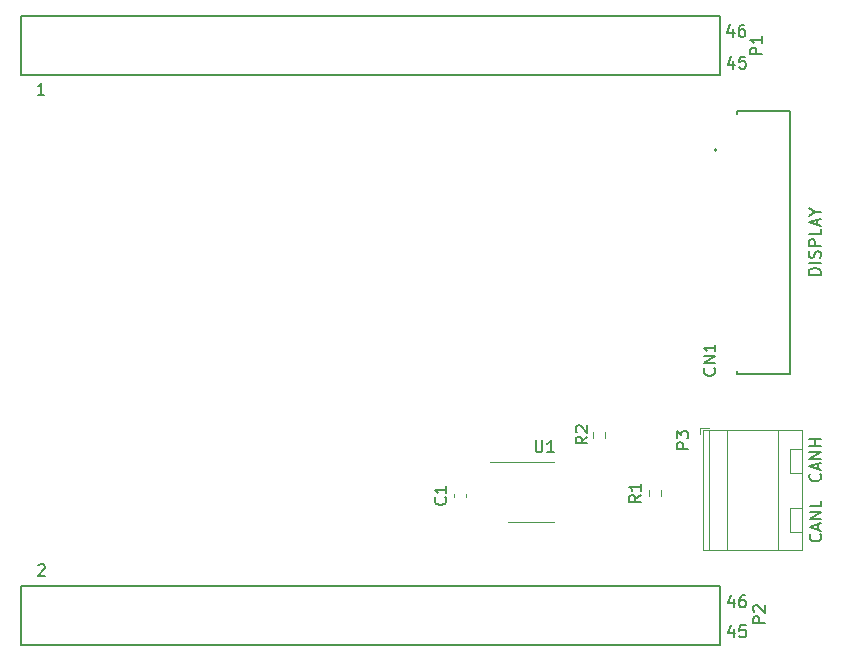
<source format=gbr>
%TF.GenerationSoftware,KiCad,Pcbnew,(6.0.11)*%
%TF.CreationDate,2024-05-08T14:50:22+07:00*%
%TF.ProjectId,CTP_Display_CANbus_revA,4354505f-4469-4737-906c-61795f43414e,rev?*%
%TF.SameCoordinates,PX5f5e100PY5f5e100*%
%TF.FileFunction,Legend,Top*%
%TF.FilePolarity,Positive*%
%FSLAX46Y46*%
G04 Gerber Fmt 4.6, Leading zero omitted, Abs format (unit mm)*
G04 Created by KiCad (PCBNEW (6.0.11)) date 2024-05-08 14:50:22*
%MOMM*%
%LPD*%
G01*
G04 APERTURE LIST*
%ADD10C,0.150000*%
%ADD11C,0.127000*%
%ADD12C,0.200000*%
%ADD13C,0.152400*%
%ADD14C,0.120000*%
G04 APERTURE END LIST*
D10*
X67857142Y15393334D02*
X67904761Y15345715D01*
X67952380Y15202858D01*
X67952380Y15107620D01*
X67904761Y14964762D01*
X67809523Y14869524D01*
X67714285Y14821905D01*
X67523809Y14774286D01*
X67380952Y14774286D01*
X67190476Y14821905D01*
X67095238Y14869524D01*
X67000000Y14964762D01*
X66952380Y15107620D01*
X66952380Y15202858D01*
X67000000Y15345715D01*
X67047619Y15393334D01*
X67666666Y15774286D02*
X67666666Y16250477D01*
X67952380Y15679048D02*
X66952380Y16012381D01*
X67952380Y16345715D01*
X67952380Y16679048D02*
X66952380Y16679048D01*
X67952380Y17250477D01*
X66952380Y17250477D01*
X67952380Y17726667D02*
X66952380Y17726667D01*
X67428571Y17726667D02*
X67428571Y18298096D01*
X67952380Y18298096D02*
X66952380Y18298096D01*
X1664285Y7632381D02*
X1711904Y7680000D01*
X1807142Y7727620D01*
X2045238Y7727620D01*
X2140476Y7680000D01*
X2188095Y7632381D01*
X2235714Y7537143D01*
X2235714Y7441905D01*
X2188095Y7299048D01*
X1616666Y6727620D01*
X2235714Y6727620D01*
X60494285Y53064286D02*
X60494285Y52397620D01*
X60256190Y53445239D02*
X60018095Y52730953D01*
X60637142Y52730953D01*
X61446666Y53397620D02*
X61256190Y53397620D01*
X61160952Y53350000D01*
X61113333Y53302381D01*
X61018095Y53159524D01*
X60970476Y52969048D01*
X60970476Y52588096D01*
X61018095Y52492858D01*
X61065714Y52445239D01*
X61160952Y52397620D01*
X61351428Y52397620D01*
X61446666Y52445239D01*
X61494285Y52492858D01*
X61541904Y52588096D01*
X61541904Y52826191D01*
X61494285Y52921429D01*
X61446666Y52969048D01*
X61351428Y53016667D01*
X61160952Y53016667D01*
X61065714Y52969048D01*
X61018095Y52921429D01*
X60970476Y52826191D01*
X60534285Y50364286D02*
X60534285Y49697620D01*
X60296190Y50745239D02*
X60058095Y50030953D01*
X60677142Y50030953D01*
X61534285Y50697620D02*
X61058095Y50697620D01*
X61010476Y50221429D01*
X61058095Y50269048D01*
X61153333Y50316667D01*
X61391428Y50316667D01*
X61486666Y50269048D01*
X61534285Y50221429D01*
X61581904Y50126191D01*
X61581904Y49888096D01*
X61534285Y49792858D01*
X61486666Y49745239D01*
X61391428Y49697620D01*
X61153333Y49697620D01*
X61058095Y49745239D01*
X61010476Y49792858D01*
X60544285Y4764286D02*
X60544285Y4097620D01*
X60306190Y5145239D02*
X60068095Y4430953D01*
X60687142Y4430953D01*
X61496666Y5097620D02*
X61306190Y5097620D01*
X61210952Y5050000D01*
X61163333Y5002381D01*
X61068095Y4859524D01*
X61020476Y4669048D01*
X61020476Y4288096D01*
X61068095Y4192858D01*
X61115714Y4145239D01*
X61210952Y4097620D01*
X61401428Y4097620D01*
X61496666Y4145239D01*
X61544285Y4192858D01*
X61591904Y4288096D01*
X61591904Y4526191D01*
X61544285Y4621429D01*
X61496666Y4669048D01*
X61401428Y4716667D01*
X61210952Y4716667D01*
X61115714Y4669048D01*
X61068095Y4621429D01*
X61020476Y4526191D01*
X67877142Y10292381D02*
X67924761Y10244762D01*
X67972380Y10101905D01*
X67972380Y10006667D01*
X67924761Y9863810D01*
X67829523Y9768572D01*
X67734285Y9720953D01*
X67543809Y9673334D01*
X67400952Y9673334D01*
X67210476Y9720953D01*
X67115238Y9768572D01*
X67020000Y9863810D01*
X66972380Y10006667D01*
X66972380Y10101905D01*
X67020000Y10244762D01*
X67067619Y10292381D01*
X67686666Y10673334D02*
X67686666Y11149524D01*
X67972380Y10578096D02*
X66972380Y10911429D01*
X67972380Y11244762D01*
X67972380Y11578096D02*
X66972380Y11578096D01*
X67972380Y12149524D01*
X66972380Y12149524D01*
X67972380Y13101905D02*
X67972380Y12625715D01*
X66972380Y12625715D01*
X2185714Y47477620D02*
X1614285Y47477620D01*
X1900000Y47477620D02*
X1900000Y48477620D01*
X1804761Y48334762D01*
X1709523Y48239524D01*
X1614285Y48191905D01*
X60554285Y2234286D02*
X60554285Y1567620D01*
X60316190Y2615239D02*
X60078095Y1900953D01*
X60697142Y1900953D01*
X61554285Y2567620D02*
X61078095Y2567620D01*
X61030476Y2091429D01*
X61078095Y2139048D01*
X61173333Y2186667D01*
X61411428Y2186667D01*
X61506666Y2139048D01*
X61554285Y2091429D01*
X61601904Y1996191D01*
X61601904Y1758096D01*
X61554285Y1662858D01*
X61506666Y1615239D01*
X61411428Y1567620D01*
X61173333Y1567620D01*
X61078095Y1615239D01*
X61030476Y1662858D01*
X67912380Y32241905D02*
X66912380Y32241905D01*
X66912380Y32480000D01*
X66960000Y32622858D01*
X67055238Y32718096D01*
X67150476Y32765715D01*
X67340952Y32813334D01*
X67483809Y32813334D01*
X67674285Y32765715D01*
X67769523Y32718096D01*
X67864761Y32622858D01*
X67912380Y32480000D01*
X67912380Y32241905D01*
X67912380Y33241905D02*
X66912380Y33241905D01*
X67864761Y33670477D02*
X67912380Y33813334D01*
X67912380Y34051429D01*
X67864761Y34146667D01*
X67817142Y34194286D01*
X67721904Y34241905D01*
X67626666Y34241905D01*
X67531428Y34194286D01*
X67483809Y34146667D01*
X67436190Y34051429D01*
X67388571Y33860953D01*
X67340952Y33765715D01*
X67293333Y33718096D01*
X67198095Y33670477D01*
X67102857Y33670477D01*
X67007619Y33718096D01*
X66960000Y33765715D01*
X66912380Y33860953D01*
X66912380Y34099048D01*
X66960000Y34241905D01*
X67912380Y34670477D02*
X66912380Y34670477D01*
X66912380Y35051429D01*
X66960000Y35146667D01*
X67007619Y35194286D01*
X67102857Y35241905D01*
X67245714Y35241905D01*
X67340952Y35194286D01*
X67388571Y35146667D01*
X67436190Y35051429D01*
X67436190Y34670477D01*
X67912380Y36146667D02*
X67912380Y35670477D01*
X66912380Y35670477D01*
X67626666Y36432381D02*
X67626666Y36908572D01*
X67912380Y36337143D02*
X66912380Y36670477D01*
X67912380Y37003810D01*
X67436190Y37527620D02*
X67912380Y37527620D01*
X66912380Y37194286D02*
X67436190Y37527620D01*
X66912380Y37860953D01*
X58907142Y24329524D02*
X58954761Y24281905D01*
X59002380Y24139048D01*
X59002380Y24043810D01*
X58954761Y23900953D01*
X58859523Y23805715D01*
X58764285Y23758096D01*
X58573809Y23710477D01*
X58430952Y23710477D01*
X58240476Y23758096D01*
X58145238Y23805715D01*
X58050000Y23900953D01*
X58002380Y24043810D01*
X58002380Y24139048D01*
X58050000Y24281905D01*
X58097619Y24329524D01*
X59002380Y24758096D02*
X58002380Y24758096D01*
X59002380Y25329524D01*
X58002380Y25329524D01*
X59002380Y26329524D02*
X59002380Y25758096D01*
X59002380Y26043810D02*
X58002380Y26043810D01*
X58145238Y25948572D01*
X58240476Y25853334D01*
X58288095Y25758096D01*
X63202380Y2741905D02*
X62202380Y2741905D01*
X62202380Y3122858D01*
X62250000Y3218096D01*
X62297619Y3265715D01*
X62392857Y3313334D01*
X62535714Y3313334D01*
X62630952Y3265715D01*
X62678571Y3218096D01*
X62726190Y3122858D01*
X62726190Y2741905D01*
X62297619Y3694286D02*
X62250000Y3741905D01*
X62202380Y3837143D01*
X62202380Y4075239D01*
X62250000Y4170477D01*
X62297619Y4218096D01*
X62392857Y4265715D01*
X62488095Y4265715D01*
X62630952Y4218096D01*
X63202380Y3646667D01*
X63202380Y4265715D01*
X56712380Y17491905D02*
X55712380Y17491905D01*
X55712380Y17872858D01*
X55760000Y17968096D01*
X55807619Y18015715D01*
X55902857Y18063334D01*
X56045714Y18063334D01*
X56140952Y18015715D01*
X56188571Y17968096D01*
X56236190Y17872858D01*
X56236190Y17491905D01*
X55712380Y18396667D02*
X55712380Y19015715D01*
X56093333Y18682381D01*
X56093333Y18825239D01*
X56140952Y18920477D01*
X56188571Y18968096D01*
X56283809Y19015715D01*
X56521904Y19015715D01*
X56617142Y18968096D01*
X56664761Y18920477D01*
X56712380Y18825239D01*
X56712380Y18539524D01*
X56664761Y18444286D01*
X56617142Y18396667D01*
X48172380Y18543334D02*
X47696190Y18210000D01*
X48172380Y17971905D02*
X47172380Y17971905D01*
X47172380Y18352858D01*
X47220000Y18448096D01*
X47267619Y18495715D01*
X47362857Y18543334D01*
X47505714Y18543334D01*
X47600952Y18495715D01*
X47648571Y18448096D01*
X47696190Y18352858D01*
X47696190Y17971905D01*
X47267619Y18924286D02*
X47220000Y18971905D01*
X47172380Y19067143D01*
X47172380Y19305239D01*
X47220000Y19400477D01*
X47267619Y19448096D01*
X47362857Y19495715D01*
X47458095Y19495715D01*
X47600952Y19448096D01*
X48172380Y18876667D01*
X48172380Y19495715D01*
X43778095Y18227620D02*
X43778095Y17418096D01*
X43825714Y17322858D01*
X43873333Y17275239D01*
X43968571Y17227620D01*
X44159047Y17227620D01*
X44254285Y17275239D01*
X44301904Y17322858D01*
X44349523Y17418096D01*
X44349523Y18227620D01*
X45349523Y17227620D02*
X44778095Y17227620D01*
X45063809Y17227620D02*
X45063809Y18227620D01*
X44968571Y18084762D01*
X44873333Y17989524D01*
X44778095Y17941905D01*
X62952380Y50901905D02*
X61952380Y50901905D01*
X61952380Y51282858D01*
X62000000Y51378096D01*
X62047619Y51425715D01*
X62142857Y51473334D01*
X62285714Y51473334D01*
X62380952Y51425715D01*
X62428571Y51378096D01*
X62476190Y51282858D01*
X62476190Y50901905D01*
X62952380Y52425715D02*
X62952380Y51854286D01*
X62952380Y52140000D02*
X61952380Y52140000D01*
X62095238Y52044762D01*
X62190476Y51949524D01*
X62238095Y51854286D01*
X52692380Y13583334D02*
X52216190Y13250000D01*
X52692380Y13011905D02*
X51692380Y13011905D01*
X51692380Y13392858D01*
X51740000Y13488096D01*
X51787619Y13535715D01*
X51882857Y13583334D01*
X52025714Y13583334D01*
X52120952Y13535715D01*
X52168571Y13488096D01*
X52216190Y13392858D01*
X52216190Y13011905D01*
X52692380Y14535715D02*
X52692380Y13964286D01*
X52692380Y14250000D02*
X51692380Y14250000D01*
X51835238Y14154762D01*
X51930476Y14059524D01*
X51978095Y13964286D01*
X36137142Y13393334D02*
X36184761Y13345715D01*
X36232380Y13202858D01*
X36232380Y13107620D01*
X36184761Y12964762D01*
X36089523Y12869524D01*
X35994285Y12821905D01*
X35803809Y12774286D01*
X35660952Y12774286D01*
X35470476Y12821905D01*
X35375238Y12869524D01*
X35280000Y12964762D01*
X35232380Y13107620D01*
X35232380Y13202858D01*
X35280000Y13345715D01*
X35327619Y13393334D01*
X36232380Y14345715D02*
X36232380Y13774286D01*
X36232380Y14060000D02*
X35232380Y14060000D01*
X35375238Y13964762D01*
X35470476Y13869524D01*
X35518095Y13774286D01*
D11*
X65350000Y46150000D02*
X60850000Y46150000D01*
X60850000Y23850000D02*
X65350000Y23850000D01*
X60850000Y46150000D02*
X60850000Y45870000D01*
X60850000Y24130000D02*
X60850000Y23850000D01*
X65350000Y23850000D02*
X65350000Y46150000D01*
D12*
X59100000Y42810000D02*
G75*
G03*
X59100000Y42810000I-100000J0D01*
G01*
D13*
X59391000Y870000D02*
X59391000Y5870000D01*
X209000Y5870000D02*
X209000Y870000D01*
X59391000Y5870000D02*
X209000Y5870000D01*
X209000Y870000D02*
X59391000Y870000D01*
D14*
X66360000Y19060000D02*
X66360000Y8940000D01*
X65300000Y12500000D02*
X65300000Y10500000D01*
X64301000Y19060000D02*
X64301000Y8940000D01*
X66300000Y10500000D02*
X65300000Y10500000D01*
X57700000Y19300000D02*
X57700000Y18800000D01*
X66300000Y12500000D02*
X66300000Y10500000D01*
X66300000Y15500000D02*
X65300000Y15500000D01*
X66300000Y12500000D02*
X65300000Y12500000D01*
X58440000Y19300000D02*
X57700000Y19300000D01*
X66300000Y17500000D02*
X65300000Y17500000D01*
X57940000Y19060000D02*
X57940000Y8940000D01*
X66360000Y19060000D02*
X57940000Y19060000D01*
X60000000Y19060000D02*
X60000000Y8940000D01*
X66300000Y17500000D02*
X66300000Y15500000D01*
X66360000Y8940000D02*
X57940000Y8940000D01*
X65300000Y17500000D02*
X65300000Y15500000D01*
X58500000Y19060000D02*
X58500000Y8940000D01*
X48627500Y18455276D02*
X48627500Y18964724D01*
X49672500Y18455276D02*
X49672500Y18964724D01*
X43380000Y16390000D02*
X45330000Y16390000D01*
X43380000Y16390000D02*
X39930000Y16390000D01*
X43380000Y11270000D02*
X45330000Y11270000D01*
X43380000Y11270000D02*
X41430000Y11270000D01*
D13*
X209000Y54130000D02*
X209000Y49130000D01*
X59391000Y54130000D02*
X209000Y54130000D01*
X209000Y49130000D02*
X59391000Y49130000D01*
X59391000Y49130000D02*
X59391000Y54130000D01*
D14*
X54422500Y13984724D02*
X54422500Y13475276D01*
X53377500Y13984724D02*
X53377500Y13475276D01*
X36910000Y13399420D02*
X36910000Y13680580D01*
X37930000Y13399420D02*
X37930000Y13680580D01*
M02*

</source>
